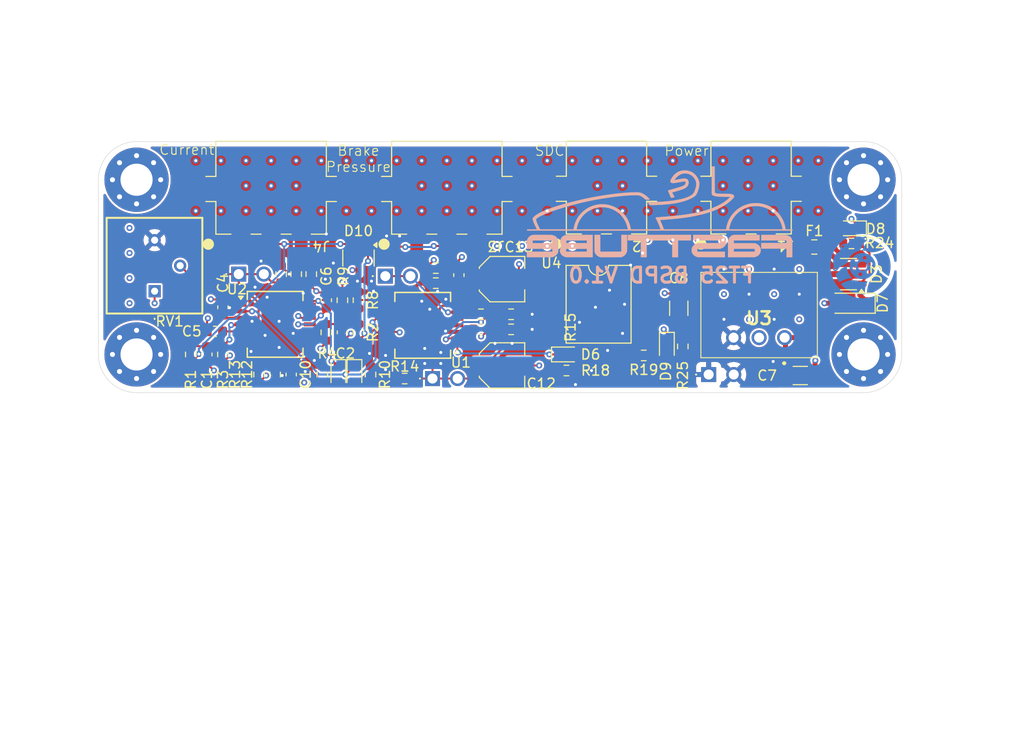
<source format=kicad_pcb>
(kicad_pcb
	(version 20240108)
	(generator "pcbnew")
	(generator_version "8.0")
	(general
		(thickness 1.6)
		(legacy_teardrops no)
	)
	(paper "A4")
	(layers
		(0 "F.Cu" signal)
		(1 "In1.Cu" signal)
		(2 "In2.Cu" signal)
		(31 "B.Cu" signal)
		(32 "B.Adhes" user "B.Adhesive")
		(33 "F.Adhes" user "F.Adhesive")
		(34 "B.Paste" user)
		(35 "F.Paste" user)
		(36 "B.SilkS" user "B.Silkscreen")
		(37 "F.SilkS" user "F.Silkscreen")
		(38 "B.Mask" user)
		(39 "F.Mask" user)
		(40 "Dwgs.User" user "User.Drawings")
		(41 "Cmts.User" user "User.Comments")
		(42 "Eco1.User" user "User.Eco1")
		(43 "Eco2.User" user "User.Eco2")
		(44 "Edge.Cuts" user)
		(45 "Margin" user)
		(46 "B.CrtYd" user "B.Courtyard")
		(47 "F.CrtYd" user "F.Courtyard")
		(48 "B.Fab" user)
		(49 "F.Fab" user)
		(50 "User.1" user)
		(51 "User.2" user)
		(52 "User.3" user)
		(53 "User.4" user)
		(54 "User.5" user)
		(55 "User.6" user)
		(56 "User.7" user)
		(57 "User.8" user)
		(58 "User.9" user)
	)
	(setup
		(stackup
			(layer "F.SilkS"
				(type "Top Silk Screen")
			)
			(layer "F.Paste"
				(type "Top Solder Paste")
			)
			(layer "F.Mask"
				(type "Top Solder Mask")
				(thickness 0.01)
			)
			(layer "F.Cu"
				(type "copper")
				(thickness 0.035)
			)
			(layer "dielectric 1"
				(type "prepreg")
				(thickness 0.1)
				(material "FR4")
				(epsilon_r 4.5)
				(loss_tangent 0.02)
			)
			(layer "In1.Cu"
				(type "copper")
				(thickness 0.035)
			)
			(layer "dielectric 2"
				(type "core")
				(thickness 1.24)
				(material "FR4")
				(epsilon_r 4.5)
				(loss_tangent 0.02)
			)
			(layer "In2.Cu"
				(type "copper")
				(thickness 0.035)
			)
			(layer "dielectric 3"
				(type "prepreg")
				(thickness 0.1)
				(material "FR4")
				(epsilon_r 4.5)
				(loss_tangent 0.02)
			)
			(layer "B.Cu"
				(type "copper")
				(thickness 0.035)
			)
			(layer "B.Mask"
				(type "Bottom Solder Mask")
				(thickness 0.01)
			)
			(layer "B.Paste"
				(type "Bottom Solder Paste")
			)
			(layer "B.SilkS"
				(type "Bottom Silk Screen")
			)
			(copper_finish "None")
			(dielectric_constraints no)
		)
		(pad_to_mask_clearance 0)
		(allow_soldermask_bridges_in_footprints no)
		(pcbplotparams
			(layerselection 0x00010fc_ffffffff)
			(plot_on_all_layers_selection 0x0000000_00000000)
			(disableapertmacros no)
			(usegerberextensions yes)
			(usegerberattributes no)
			(usegerberadvancedattributes no)
			(creategerberjobfile no)
			(dashed_line_dash_ratio 12.000000)
			(dashed_line_gap_ratio 3.000000)
			(svgprecision 4)
			(plotframeref no)
			(viasonmask no)
			(mode 1)
			(useauxorigin no)
			(hpglpennumber 1)
			(hpglpenspeed 20)
			(hpglpendiameter 15.000000)
			(pdf_front_fp_property_popups yes)
			(pdf_back_fp_property_popups yes)
			(dxfpolygonmode yes)
			(dxfimperialunits yes)
			(dxfusepcbnewfont yes)
			(psnegative no)
			(psa4output no)
			(plotreference yes)
			(plotvalue yes)
			(plotfptext yes)
			(plotinvisibletext no)
			(sketchpadsonfab no)
			(subtractmaskfromsilk yes)
			(outputformat 1)
			(mirror no)
			(drillshape 0)
			(scaleselection 1)
			(outputdirectory "Gerber/")
		)
	)
	(net 0 "")
	(net 1 "GND")
	(net 2 "+5V")
	(net 3 "/Current_ref")
	(net 4 "/Brake_ref")
	(net 5 "Net-(D3-K)")
	(net 6 "/Low_Ref")
	(net 7 "Net-(U1A--)")
	(net 8 "/Error_Sig")
	(net 9 "Net-(D4-K)")
	(net 10 "Net-(D4-A)")
	(net 11 "Net-(D5-A)")
	(net 12 "Net-(D5-K)")
	(net 13 "Net-(D6-K)")
	(net 14 "Net-(D6-A)")
	(net 15 "Net-(D8-A)")
	(net 16 "Net-(D9-A)")
	(net 17 "+24V")
	(net 18 "/Current_Sensor")
	(net 19 "/Break_Pressure_Sensor")
	(net 20 "/SDC_In")
	(net 21 "/SDC_Out")
	(net 22 "Net-(R6-Pad2)")
	(net 23 "Net-(R14-Pad2)")
	(net 24 "/EndRef")
	(net 25 "Net-(R19-Pad2)")
	(net 26 "Net-(R20-Pad2)")
	(net 27 "unconnected-(U4-Pad3)")
	(net 28 "unconnected-(U4-Pad5)")
	(net 29 "Net-(U2A--)")
	(net 30 "Net-(U2C--)")
	(net 31 "Net-(D3-A)")
	(footprint "Resistor_SMD:R_0603_1608Metric" (layer "F.Cu") (at 102.3 100.7 180))
	(footprint "FaSTTUBe_connectors:Micro_Mate-N-Lok_3p_horizontal" (layer "F.Cu") (at 89 81.82 180))
	(footprint "MountingHole:MountingHole_3.2mm_M3_Pad_Via" (layer "F.Cu") (at 148 80.9))
	(footprint "Capacitor_SMD:C_0603_1608Metric" (layer "F.Cu") (at 83.4 96 180))
	(footprint "Package_SO:SSOP-14_5.3x6.2mm_P0.65mm" (layer "F.Cu") (at 89.4 95.3))
	(footprint "Resistor_SMD:R_0603_1608Metric" (layer "F.Cu") (at 112.9 94.3 180))
	(footprint "bspd:5025" (layer "F.Cu") (at 85.775 90.3))
	(footprint "Resistor_SMD:R_0603_1608Metric" (layer "F.Cu") (at 89.4 100.3 90))
	(footprint "FaSTTUBe_connectors:Micro_Mate-N-Lok_3p_horizontal" (layer "F.Cu") (at 106.5 81.82 180))
	(footprint "Resistor_SMD:R_0603_1608Metric" (layer "F.Cu") (at 96.1 92.9 90))
	(footprint "MountingHole:MountingHole_3.2mm_M3_Pad_Via" (layer "F.Cu") (at 148 98.3))
	(footprint "Capacitor_SMD:C_0603_1608Metric" (layer "F.Cu") (at 109.9 95.8 180))
	(footprint "FaSTTUBe_connectors:Micro_Mate-N-Lok_2p_horizontal" (layer "F.Cu") (at 136.8 81.8 180))
	(footprint "Package_DIP:SMDIP-6_W9.53mm" (layer "F.Cu") (at 121.6125 93.3))
	(footprint "bspd:brake" (layer "F.Cu") (at 147.92 89.46))
	(footprint "Resistor_SMD:R_0603_1608Metric" (layer "F.Cu") (at 146.8 87.24 180))
	(footprint "Resistor_SMD:R_0603_1608Metric" (layer "F.Cu") (at 81 98.3 -90))
	(footprint "Capacitor_SMD:C_0603_1608Metric" (layer "F.Cu") (at 91 100.3 -90))
	(footprint "bspd:5025" (layer "F.Cu") (at 100.375 90.5))
	(footprint "Resistor_SMD:R_0603_1608Metric" (layer "F.Cu") (at 94.1 100.3 -90))
	(footprint "Resistor_SMD:R_0603_1608Metric" (layer "F.Cu") (at 91.5 90.3 90))
	(footprint "Diode_SMD:D_SOD-123" (layer "F.Cu") (at 146.8 93.2 180))
	(footprint "Fuse:Fuse_0805_2012Metric" (layer "F.Cu") (at 143.1 87.6))
	(footprint "Capacitor_SMD:C_Elec_4x5.4" (layer "F.Cu") (at 112 90.8))
	(footprint "Resistor_SMD:R_0603_1608Metric" (layer "F.Cu") (at 87.8 100.3 -90))
	(footprint "Resistor_SMD:R_0603_1608Metric" (layer "F.Cu") (at 90 90.3 -90))
	(footprint "Capacitor_SMD:C_0603_1608Metric" (layer "F.Cu") (at 96.1 96.1 -90))
	(footprint "Package_TO_SOT_SMD:SOT-23-3" (layer "F.Cu") (at 97.7 88.7 -90))
	(footprint "Resistor_SMD:R_0603_1608Metric" (layer "F.Cu") (at 105.4 89.7 180))
	(footprint "MountingHole:MountingHole_3.2mm_M3_Pad_Via" (layer "F.Cu") (at 75.6 98.3))
	(footprint "Diode_SMD:D_0603_1608Metric" (layer "F.Cu") (at 118.4125 98.3))
	(footprint "Resistor_SMD:R_0603_1608Metric" (layer "F.Cu") (at 112.9 95.8 180))
	(footprint "Resistor_SMD:R_0603_1608Metric" (layer "F.Cu") (at 97.7 92.9 -90))
	(footprint "bspd:5025" (layer "F.Cu") (at 132.575 100.3))
	(footprint "Resistor_SMD:R_0603_1608Metric" (layer "F.Cu") (at 84.2 98.3 -90))
	(footprint "Resistor_SMD:R_0603_1608Metric" (layer "F.Cu") (at 109.9 94.3))
	(footprint "bspd:173010542" (layer "F.Cu") (at 137.6 94.7 180))
	(footprint "Package_SO:SSOP-14_5.3x6.2mm_P0.65mm"
		(layer "F.Cu")
		(uuid "974dca32-d86e-43a0-bc65-68b21c578d95")
		(at 104.1 95.4 180)
		(descr "SSOP14: plastic shrink small outline package; 14 leads; body width 5.3 mm; (see NXP SSOP-TSSOP-VSO-REFLOW.pdf and sot337-1_po.pdf)")
		(tags "SSOP 0.65")
		(property "Reference" "U1"
			(at -3.8 -3.7 0)
			(layer "F.SilkS")
			(uuid "79fe766f-3ad6-438d-ad68-a2fcccb88600")
			(effects
				(font
					(size 1 1)
					(thickness 0.15)
				)
			)
		)
		(property "Value" "LM339"
			(at 0 4.2 0)
			(layer "F.Fab")
			(uuid "45e90cd6-4465-4a5b-8376-90bda509ebdb")
			(effects
				(font
					(size 1 1)
					(th
... [767679 chars truncated]
</source>
